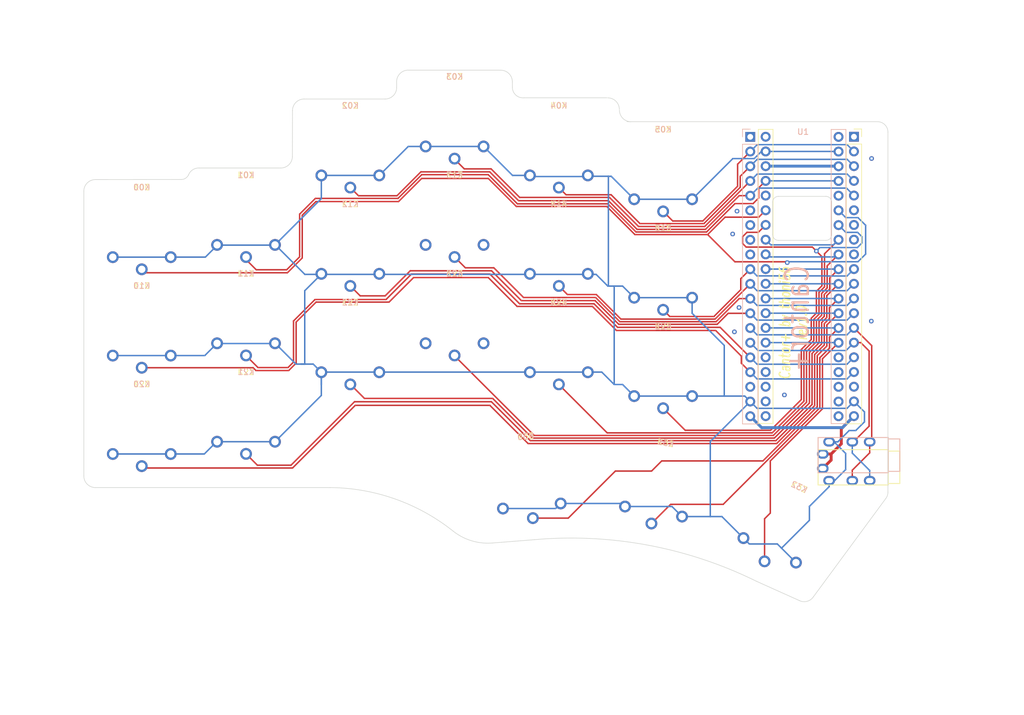
<source format=kicad_pcb>
(kicad_pcb (version 20211014) (generator pcbnew)
  (title_block (rev "rev1.0"))
  (layers (0 "F.Cu" signal) (31 "B.Cu" signal) (34 "B.Paste" user) (35 "F.Paste" user) (36 "B.SilkS" user "B.Silkscreen") (37 "F.SilkS" user "F.Silkscreen") (38 "B.Mask" user) (39 "F.Mask" user) (44 "Edge.Cuts" user))
  (net 0 "")
  (net 1 "+3V3")
  (net 2 "GND")
  (net 3 "/TX")
  (net 4 "/RX")
  (net 5 "/k00")
  (net 6 "/k01")
  (net 7 "/k02")
  (net 8 "/k03")
  (net 9 "/k04")
  (net 10 "/k05")
  (net 11 "/k10")
  (net 12 "/k11")
  (net 13 "/k12")
  (net 14 "/k13")
  (net 15 "/k14")
  (net 16 "/k15")
  (net 17 "/k20")
  (net 18 "/k21")
  (net 19 "/k22")
  (net 20 "/k23")
  (net 21 "/k24")
  (net 22 "/k25")
  (net 23 "/k30")
  (net 24 "/k31")
  (net 25 "/k32")
  (footprint "keyswitches:SW_PG1350_reversible" (layer "F.Cu") (at 164 94)
    (fp_text reference "K25")
    (fp_text value "KEYSW")
  )
  (footprint "keyswitches:SW_PG1350_reversible" (layer "F.Cu") (at 146 89.88)
    (fp_text reference "K24")
    (fp_text value "KEYSW")
  )
  (footprint "keyswitches:SW_PG1350_reversible" (layer "F.Cu") (at 92 101.88)
    (fp_text reference "K21")
    (fp_text value "KEYSW")
  )
  (footprint "keyswitches:SW_PG1350_reversible" (layer "F.Cu") (at 110 55.88)
    (fp_text reference "K02")
    (fp_text value "KEYSW")
  )
  (footprint "keyswitches:SW_PG1350_reversible" (layer "F.Cu") (at 74 87)
    (fp_text reference "K10")
    (fp_text value "KEYSW")
  )
  (footprint "keyswitches:SW_PG1350_reversible" (layer "F.Cu") (at 146 55.88)
    (fp_text reference "K04")
    (fp_text value "KEYSW")
  )
  (footprint "keyswitches:SW_PG1350_reversible" (layer "F.Cu") (at 110 72.88)
    (fp_text reference "K12")
    (fp_text value "KEYSW")
  )
  (footprint "keyswitches:SW_PG1350_reversible" (layer "F.Cu") (at 141 113 5)
    (fp_text reference "K30")
    (fp_text value "KEYSW")
  )
  (footprint "keyswitches:SW_PG1350_reversible" (layer "F.Cu") (at 92 67.88)
    (fp_text reference "K01")
    (fp_text value "KEYSW")
  )
  (footprint "keyswitches:SW_PG1350_reversible" (layer "F.Cu") (at 146 72.88)
    (fp_text reference "K14")
    (fp_text value "KEYSW")
  )
  (footprint "keyswitches:SW_PG1350_reversible" (layer "F.Cu") (at 128 84.88)
    (fp_text reference "K23")
    (fp_text value "KEYSW")
  )
  (footprint "keyswitches:SW_PG1350_reversible" (layer "F.Cu") (at 128 50.88)
    (fp_text reference "K03")
    (fp_text value "KEYSW")
  )
  (footprint "keyswitches:SW_PG1350_reversible" (layer "F.Cu") (at 110 89.88)
    (fp_text reference "K22")
    (fp_text value "KEYSW")
  )
  (footprint "Keebio-Parts:TRRS-PJ-320A" (layer "F.Cu") (at 202.85 110.1 -90)
    (fp_text reference "J1")
    (fp_text value "TRRS")
  )
  (footprint "keyswitches:SW_PG1350_reversible" (layer "F.Cu") (at 164 77)
    (fp_text reference "K15")
    (fp_text value "KEYSW")
  )
  (footprint "keyswitches:SW_PG1350_reversible" (layer "F.Cu") (at 184 121 -25)
    (fp_text reference "K32")
    (fp_text value "KEYSW")
  )
  (footprint "keyswitches:SW_PG1350_reversible" (layer "F.Cu") (at 92 84.88)
    (fp_text reference "K11")
    (fp_text value "KEYSW")
  )
  (footprint "Footprints:YAAJ_WeAct_BlackPill_2" (layer "F.Cu") (at 179.155 53)
    (fp_text reference "U1")
    (fp_text value "YAAJ_WeAct_BlackPill_Part_Like" hide)
  )
  (footprint "keyswitches:SW_PG1350_reversible" (layer "F.Cu") (at 164 60)
    (fp_text reference "K05")
    (fp_text value "KEYSW")
  )
  (footprint "keyswitches:SW_PG1350_reversible" (layer "F.Cu") (at 74 104)
    (fp_text reference "K20")
    (fp_text value "KEYSW")
  )
  (footprint "keyswitches:SW_PG1350_reversible" (layer "F.Cu") (at 128 67.88)
    (fp_text reference "K13")
    (fp_text value "KEYSW")
  )
  (footprint "keyswitches:SW_PG1350_reversible" (layer "F.Cu") (at 74 70)
    (fp_text reference "K00")
    (fp_text value "KEYSW")
  )
  (footprint "keyswitches:SW_PG1350_reversible" (layer "F.Cu") (at 163 114 -10)
    (fp_text reference "K31")
    (fp_text value "KEYSW")
  )
  (gr_arc (start 154.437303 46.283128) (mid 155.851517 46.868914) (end 156.437303 48.283128) (layer "Edge.Cuts") (width 0.1))
  (gr_line (start 182.9 69.9) (end 182.9 64.3) (layer "Edge.Cuts") (width 0.1))
  (gr_arc (start 201 50.4) (mid 202.272792 50.927208) (end 202.8 52.2) (layer "Edge.Cuts") (width 0.1))
  (gr_arc (start 158.457998 50.407165) (mid 157.043784 49.821379) (end 156.457998 48.407165) (layer "Edge.Cuts") (width 0.1))
  (gr_arc (start 100.019315 48.48439) (mid 100.605101 47.070176) (end 102.019315 46.48439) (layer "Edge.Cuts") (width 0.1))
  (gr_arc (start 82.07437 59.589526) (mid 81.557319 60.170713) (end 80.80832 60.387137) (layer "Edge.Cuts") (width 0.1))
  (gr_line (start 66 113.6) (end 106.5 113.6) (layer "Edge.Cuts") (width 0.1))
  (gr_line (start 189.949999 132.449999) (end 202.434044 115.487896) (layer "Edge.Cuts") (width 0.1))
  (gr_arc (start 134.5 123.175) (mid 130.930967 122.788889) (end 127.75 121.125) (layer "Edge.Cuts") (width 0.1))
  (gr_arc (start 82.07437 59.589526) (mid 82.802039 58.701766) (end 83.910142 58.40222) (layer "Edge.Cuts") (width 0.1))
  (gr_arc (start 117.997224 43.493347) (mid 118.58301 42.079133) (end 119.997224 41.493347) (layer "Edge.Cuts") (width 0.1))
  (gr_line (start 192.1 70.9) (end 183.9 70.9) (layer "Edge.Cuts") (width 0.1))
  (gr_line (start 201 50.4) (end 157.750002 50.399998) (layer "Edge.Cuts") (width 0.1))
  (gr_arc (start 182.9 64.3) (mid 183.192893 63.592893) (end 183.9 63.3) (layer "Edge.Cuts") (width 0.1))
  (gr_line (start 117.996865 43.515592) (end 117.996865 44.515592) (layer "Edge.Cuts") (width 0.1))
  (gr_line (start 137.971841 44.472851) (end 137.971841 43.472851) (layer "Edge.Cuts") (width 0.1))
  (gr_arc (start 193.1 69.9) (mid 192.807107 70.607107) (end 192.1 70.9) (layer "Edge.Cuts") (width 0.1))
  (gr_line (start 193.092893 64.3) (end 193.1 69.9) (layer "Edge.Cuts") (width 0.1))
  (gr_arc (start 202.8 114.4) (mid 202.70606 114.973899) (end 202.434044 115.487896) (layer "Edge.Cuts") (width 0.1))
  (gr_line (start 100.019315 48.48439) (end 100 56.40222) (layer "Edge.Cuts") (width 0.1))
  (gr_line (start 80.80832 60.387137) (end 66 60.4) (layer "Edge.Cuts") (width 0.1))
  (gr_arc (start 135.968914 41.50698) (mid 137.383128 42.092766) (end 137.968914 43.50698) (layer "Edge.Cuts") (width 0.1))
  (gr_arc (start 118.000268 44.487793) (mid 117.414482 45.902007) (end 116.000268 46.487793) (layer "Edge.Cuts") (width 0.1))
  (gr_arc (start 66 113.6) (mid 64.585786 113.014214) (end 64 111.6) (layer "Edge.Cuts") (width 0.1))
  (gr_line (start 202.8 114.4) (end 202.8 113.2) (layer "Edge.Cuts") (width 0.1))
  (gr_line (start 141.8 122.600001) (end 134.5 123.175) (layer "Edge.Cuts") (width 0.1))
  (gr_line (start 180.129399 129.8) (end 187.513868 133.121447) (layer "Edge.Cuts") (width 0.1))
  (gr_arc (start 140 46.270706) (mid 138.581635 45.81154) (end 137.974769 44.449811) (layer "Edge.Cuts") (width 0.1))
  (gr_line (start 98 58.40222) (end 83.910142 58.40222) (layer "Edge.Cuts") (width 0.1))
  (gr_line (start 64 62.4) (end 64 111.6) (layer "Edge.Cuts") (width 0.1))
  (gr_arc (start 192.092893 63.3) (mid 192.8 63.592893) (end 193.092893 64.3) (layer "Edge.Cuts") (width 0.1))
  (gr_arc (start 183.9 70.9) (mid 183.192893 70.607107) (end 182.9 69.9) (layer "Edge.Cuts") (width 0.1))
  (gr_line (start 136 41.504053) (end 120 41.504053) (layer "Edge.Cuts") (width 0.1))
  (gr_arc (start 64 62.4) (mid 64.585786 60.985786) (end 66 60.4) (layer "Edge.Cuts") (width 0.1))
  (gr_arc (start 106.5 113.600001) (mid 117.756229 115.57996) (end 127.75 121.125) (layer "Edge.Cuts") (width 0.1))
  (gr_line (start 183.9 63.3) (end 192.092893 63.3) (layer "Edge.Cuts") (width 0.1))
  (gr_line (start 116.019315 46.48439) (end 102.019315 46.48439) (layer "Edge.Cuts") (width 0.1))
  (gr_line (start 202.8 113.2) (end 202.8 52.2) (layer "Edge.Cuts") (width 0.1))
  (gr_arc (start 100 56.40222) (mid 99.414214 57.816434) (end 98 58.40222) (layer "Edge.Cuts") (width 0.1))
  (gr_arc (start 189.949999 132.449999) (mid 188.858511 133.244969) (end 187.513868 133.121447) (layer "Edge.Cuts") (width 0.1))
  (gr_line (start 154.3 46.270706) (end 140 46.270706) (layer "Edge.Cuts") (width 0.1))
  (gr_arc (start 141.8 122.600001) (mid 161.459797 123.564333) (end 180.129399 129.8) (layer "Edge.Cuts") (width 0.1))
  (gr_text "Cantor+" (at 187.15 84.4 90) (layer "B.SilkS") (effects (font (size 4 3) (thickness 0.4)) (justify mirror)))
  (gr_text "Cantor+ by thoni56\nrev1.0" (at 186.473986 85.192068 90) (layer "F.SilkS") (effects (font (size 1.8 1.3) (thickness 0.25) italic)))
  (segment (start 193 107.8) (end 191.55 107.8) (width 0.5) (layer "F.Cu") (net 1))
  (segment (start 193 108.85) (end 191.55 110.3) (width 0.5) (layer "F.Cu") (net 1))
  (segment (start 194.75 103.445) (end 194.75 106.05) (width 0.5) (layer "F.Cu") (net 1))
  (segment (start 193.3 107.5) (end 193 107.8) (width 0.5) (layer "F.Cu") (net 1))
  (segment (start 196.935 101.26) (end 194.75 103.445) (width 0.5) (layer "F.Cu") (net 1))
  (segment (start 194.75 106.05) (end 193.3 107.5) (width 0.5) (layer "F.Cu") (net 1))
  (segment (start 193 107.8) (end 193 108.85) (width 0.5) (layer "F.Cu") (net 1))
  (segment (start 179.035 101.28) (end 181.005 103.25) (width 0.5) (layer "B.Cu") (net 1))
  (segment (start 194.945 103.25) (end 196.935 101.26) (width 0.5) (layer "B.Cu") (net 1))
  (segment (start 181.005 103.25) (end 194.945 103.25) (width 0.5) (layer "B.Cu") (net 1))
  (segment (start 181.695 58.08) (end 194.255 58.08) (width 0.5) (layer "B.Cu") (net 1))
  (segment (start 194.255 58.08) (end 194.275 58.1) (width 0.25) (layer "B.Cu") (net 1))
  (via (at 176.75 65.85) (size 0.8) (drill 0.4) (layers "F.Cu" "B.Cu") (net 2))
  (via (at 176.3 86.7) (size 0.8) (drill 0.4) (layers "F.Cu" "B.Cu") (net 2))
  (via (at 199.98 56.76) (size 0.8) (drill 0.4) (layers "F.Cu" "B.Cu") (net 2))
  (via (at 176 69.8) (size 0.8) (drill 0.4) (layers "F.Cu" "B.Cu") (net 2))
  (via (at 177.1 82.5) (size 0.8) (drill 0.4) (layers "F.Cu" "B.Cu") (net 2))
  (via (at 184.93 97.6) (size 0.8) (drill 0.4) (layers "F.Cu" "B.Cu") (net 2))
  (via (at 199.93 84.85) (size 0.8) (drill 0.4) (layers "F.Cu" "B.Cu") (net 2))
  (segment (start 97.055921 71.68) (end 102.150479 76.774558) (width 0.25) (layer "B.Cu") (net 2))
  (segment (start 146.312165 116.349761) (end 156.89183 116.349761) (width 0.25) (layer "B.Cu") (net 2))
  (segment (start 155.03481 59.83481) (end 159 63.8) (width 0.25) (layer "B.Cu") (net 2))
  (segment (start 194.255 55.54) (end 194.275 55.56) (width 0.25) (layer "B.Cu") (net 2))
  (segment (start 136.350218 117.221319) (end 145.440607 117.221319) (width 0.25) (layer "B.Cu") (net 2))
  (segment (start 79 90.8) (end 69 90.8) (width 0.25) (layer "B.Cu") (net 2))
  (segment (start 192.664511 99.914511) (end 195.740489 99.914511) (width 0.25) (layer "B.Cu") (net 2))
  (segment (start 195.740489 99.914511) (end 196.935 98.72) (width 0.25) (layer "B.Cu") (net 2))
  (segment (start 196.10601 103.75) (end 197.25 103.75) (width 0.25) (layer "B.Cu") (net 2))
  (segment (start 79 107.8) (end 69 107.8) (width 0.25) (layer "B.Cu") (net 2))
  (segment (start 141.176467 59.872792) (end 150.920091 59.872792) (width 0.25) (layer "B.Cu") (net 2))
  (segment (start 79 90.8) (end 84.88 90.8) (width 0.25) (layer "B.Cu") (net 2))
  (segment (start 194.15601 105.7) (end 192.65 105.7) (width 0.25) (layer "B.Cu") (net 2))
  (segment (start 105 93.657334) (end 153.407334 93.657334) (width 0.25) (layer "B.Cu") (net 2))
  (segment (start 154.45 78.8) (end 154.55 78.7) (width 0.25) (layer "B.Cu") (net 2))
  (segment (start 104.961109 76.774558) (end 102.131487 79.60418) (width 0.25) (layer "B.Cu") (net 2))
  (segment (start 193.6 112.4) (end 192.65 112.4) (width 0.25) (layer "B.Cu") (net 2))
  (segment (start 151.010552 59.830063) (end 154.560552 59.830063) (width 0.25) (layer "B.Cu") (net 2))
  (segment (start 157 78.8) (end 159 80.8) (width 0.25) (layer "B.Cu") (net 2))
  (segment (start 87.039739 88.719739) (end 97.060958 88.719739) (width 0.25) (layer "B.Cu") (net 2))
  (segment (start 79 73.8) (end 69 73.8) (width 0.25) (layer "B.Cu") (net 2))
  (segment (start 84.88 90.8) (end 87 88.68) (width 0.25) (layer "B.Cu") (net 2))
  (segment (start 155.55 95.8) (end 157 95.8) (width 0.25) (layer "B.Cu") (net 2))
  (segment (start 79 107.8) (end 84.798376 107.8) (width 0.25) (layer "B.Cu") (net 2))
  (segment (start 159 63.8) (end 169 63.8) (width 0.25) (layer "B.Cu") (net 2))
  (segment (start 195.5 110.5) (end 195.5 107.7) (width 0.25) (layer "B.Cu") (net 2))
  (segment (start 133 54.68) (end 133.002128 54.68) (width 0.25) (layer "B.Cu") (net 2))
  (segment (start 189.25 119.25) (end 184.434264 124.065736) (width 0.25) (layer "B.Cu") (net 2))
  (segment (start 154.55 78.7) (end 154.55 59.83481) (width 0.25) (layer "B.Cu") (net 2))
  (segment (start 105.094558 76.774558) (end 152.424558 76.774558) (width 0.25) (layer "B.Cu") (net 2))
  (segment (start 79.00699 73.79301) (end 84.982842 73.79301) (width 0.25) (layer "B.Cu") (net 2))
  (segment (start 178.095 97.8) (end 179.035 98.74) (width 0.25) (layer "B.Cu") (net 2))
  (segment (start 84.982842 73.79301) (end 87.052833 71.723019) (width 0.25) (layer "B.Cu") (net 2))
  (segment (start 180.209511 99.914511) (end 192.664511 99.914511) (width 0.25) (layer "B.Cu") (net 2))
  (segment (start 195.5 107.7) (end 193.5 105.7) (width 0.25) (layer "B.Cu") (net 2))
  (segment (start 189.25 116.85) (end 192.65 113.45) (width 0.25) (layer "B.Cu") (net 2))
  (segment (start 172.13949 118.61051) (end 172.13949 105.63551) (width 0.25) (layer "B.Cu") (net 2))
  (segment (start 102.165478 92.275) (end 101.475 92.275) (width 0.25) (layer "B.Cu") (net 2))
  (segment (start 169 63.8) (end 176.03 56.77) (width 0.25) (layer "B.Cu") (net 2))
  (segment (start 153.407334 93.657334) (end 155.55 95.8) (width 0.25) (layer "B.Cu") (net 2))
  (segment (start 165.527695 116.874029) (end 167.264176 118.61051) (width 0.25) (layer "B.Cu") (net 2))
  (segment (start 174.142144 118.61051) (end 177.862512 122.330878) (width 0.25) (layer "B.Cu") (net 2))
  (segment (start 155.55 78.8) (end 155.55 95.8) (width 0.25) (layer "B.Cu") (net 2))
  (segment (start 157 95.8) (end 159 97.8) (width 0.25) (layer "B.Cu") (net 2))
  (segment (start 97 71.68) (end 97.055921 71.68) (width 0.25) (layer "B.Cu") (net 2))
  (segment (start 105 63.68) (end 105 59.68) (width 0.25) (layer "B.Cu") (net 2))
  (segment (start 97 105.68) (end 97.002463 105.68) (width 0.25) (layer "B.Cu") (net 2))
  (segment (start 179.729282 56.77) (end 180.959282 55.54) (width 0.25) (layer "B.Cu") (net 2))
  (segment (start 169 83.5) (end 174.55 89.05) (width 0.25) (layer "B.Cu") (net 2))
  (segment (start 87 88.68) (end 87.039739 88.719739) (width 0.25) (layer "B.Cu") (net 2))
  (segment (start 97.002463 105.68) (end 105 97.682463) (width 0.25) (layer "B.Cu") (net 2))
  (segment (start 123 54.68) (end 120 54.68) (width 0.25) (layer "B.Cu") (net 2))
  (segment (start 87.052833 71.723019) (end 96.956981 71.723019) (width 0.25) (layer "B.Cu") (net 2))
  (segment (start 193.5 105.7) (end 192.65 105.7) (width 0.25) (layer "B.Cu") (net 2))
  (segment (start 198.75 100.535) (end 196.935 98.72) (width 0.25) (layer "B.Cu") (net 2))
  (segment (start 101.475 92.275) (end 103.595 92.275) (width 0.25) (layer "B.Cu") (net 2))
  (segment (start 102.131487 92.233027) (end 102.169469 92.271009) (width 0.25) (layer "B.Cu") (net 2))
  (segment (start 181.695 55.54) (end 194.255 55.54) (width 0.25) (layer "B.Cu") (net 2))
  (segment (start 103.595 92.275) (end 105 93.68) (width 0.25) (layer "B.Cu") (net 2))
  (segment (start 192.65 113.45) (end 192.65 112.4) (width 0.25) (layer "B.Cu") (net 2))
  (segment (start 140.544008 59.744604) (end 140.672196 59.872792) (width 0.25) (layer "B.Cu") (net 2))
  (segment (start 105 59.68) (end 115 59.68) (width 0.25) (layer "B.Cu") (net 2))
  (segment (start 167.264176 118.61051) (end 172.13949 118.61051) (width 0.25) (layer "B.Cu") (net 2))
  (segment (start 97 71.68) (end 105 63.68) (width 0.25) (layer "B.Cu") (net 2))
  (segment (start 84.798376 107.8) (end 86.918376 105.68) (width 0.25) (layer "B.Cu") (net 2))
  (segment (start 102.150479 76.774558) (end 104.961109 76.774558) (width 0.25) (layer "B.Cu") (net 2))
  (segment (start 169 80.8) (end 169 83.5) (width 0.25) (layer "B.Cu") (net 2))
  (segment (start 157.416098 116.874029) (end 165.527695 116.874029) (width 0.25) (layer "B.Cu") (net 2))
  (segment (start 154.55 59.83481) (end 155.03481 59.83481) (width 0.25) (layer "B.Cu") (net 2))
  (segment (start 133.002128 54.68) (end 138.002128 59.68) (width 0.25) (layer "B.Cu") (net 2))
  (segment (start 145.440607 117.221319) (end 146.312165 116.349761) (width 0.25) (layer "B.Cu") (net 2))
  (segment (start 152.424558 76.774558) (end 154.45 78.8) (width 0.25) (layer "B.Cu") (net 2))
  (segment (start 184.434264 124.065736) (end 186.92559 126.557061) (width 0.25) (layer "B.Cu") (net 2))
  (segment (start 97.060958 88.719739) (end 100.616219 92.275) (width 0.25) (layer "B.Cu") (net 2))
  (segment (start 102.131487 79.60418) (end 102.131487 92.233027) (width 0.25) (layer "B.Cu") (net 2))
  (segment (start 172.13949 105.63551) (end 179.035 98.74) (width 0.25) (layer "B.Cu") (net 2))
  (segment (start 172.13949 118.61051) (end 174.142144 118.61051) (width 0.25) (layer "B.Cu") (net 2))
  (segment (start 96.956981 71.723019) (end 97 71.68) (width 0.25) (layer "B.Cu") (net 2))
  (segment (start 154.45 78.8) (end 155.55 78.8) (width 0.25) (layer "B.Cu") (net 2))
  (segment (start 120 54.68) (end 115 59.68) (width 0.25) (layer "B.Cu") (net 2))
  (segment (start 195.5 110.5) (end 193.6 112.4) (width 0.25) (layer "B.Cu") (net 2))
  (segment (start 174.55 97.8) (end 178.095 97.8) (width 0.25) (layer "B.Cu") (net 2))
  (segment (start 105 95.8) (end 105 93.657334) (width 0.25) (layer "B.Cu") (net 2))
  (segment (start 193.2 112.3) (end 192.6625 112.3) (width 0.25) (layer "B.Cu") (net 2))
  (segment (start 177.862512 122.330878) (end 178.878511 123.346877) (width 0.25) (layer "B.Cu") (net 2))
  (segment (start 174.55 89.05) (end 174.55 97.8) (width 0.25) (layer "B.Cu") (net 2))
  (segment (start 105 97.682463) (end 105 95.8) (width 0.25) (layer "B.Cu") (net 2))
  (segment (start 169 97.8) (end 174.55 97.8) (width 0.25) (layer "B.Cu") (net 2))
  (segment (start 196.10601 103.75) (end 194.15601 105.7) (width 0.25) (layer "B.Cu") (net 2))
  (segment (start 156.89183 116.349761) (end 157.416098 116.874029) (width 0.25) (layer "B.Cu") (net 2))
  (segment (start 133 54.68) (end 123 54.68) (width 0.25) (layer "B.Cu") (net 2))
  (segment (start 179.035 98.74) (end 180.209511 99.914511) (width 0.25) (layer "B.Cu") (net 2))
  (segment (start 100.616219 92.275) (end 101.475 92.275) (width 0.25) (layer "B.Cu") (net 2))
  (segment (start 178.878511 123.346877) (end 183.715406 123.346877) (width 0.25) (layer "B.Cu") (net 2))
  (segment (start 86.918376 105.68) (end 97 105.68) (width 0.25) (layer "B.Cu") (net 2))
  (segment (start 192.65 99.929022) (end 192.664511 99.914511) (width 0.25) (layer "B.Cu") (net 2))
  (segment (start 138.002128 59.68) (end 141 59.68) (width 0.25) (layer "B.Cu") (net 2))
  (segment (start 105 76.68) (end 105.094558 76.774558) (width 0.25) (layer "B.Cu") (net 2))
  (segment (start 155.55 78.8) (end 157 78.8) (width 0.25) (layer "B.Cu") (net 2))
  (segment (start 159 97.8) (end 169 97.8) (width 0.25) (layer "B.Cu") (net 2))
  (segment (start 150.41582 59.872792) (end 150.544008 59.744604) (width 0.25) (layer "B.Cu") (net 2))
  (segment (start 183.715406 123.346877) (end 184.434264 124.065736) (width 0.25) (layer "B.Cu") (net 2))
  (segment (start 79 73.8) (end 79.00699 73.79301) (width 0.25) (layer "B.Cu") (net 2))
  (segment (start 180.959282 55.54) (end 181.695 55.54) (width 0.25) (layer "B.Cu") (net 2))
  (segment (start 105 93.68) (end 105 95.8) (width 0.25) (layer "B.Cu") (net 2))
  (segment (start 102.169469 92.271009) (end 102.165478 92.275) (width 0.25) (layer "B.Cu") (net 2))
  (segment (start 189.25 116.85) (end 189.25 119.25) (width 0.25) (layer "B.Cu") (net 2))
  (segment (start 159 80.8) (end 169 80.8) (width 0.25) (layer "B.Cu") (net 2))
  (segment (start 197.25 103.75) (end 198.75 102.25) (width 0.25) (layer "B.Cu") (net 2))
  (segment (start 198.75 102.25) (end 198.75 100.535) (width 0.25) (layer "B.Cu") (net 2))
  (segment (start 176.03 56.77) (end 179.729282 56.77) (width 0.25) (layer "B.Cu") (net 2))
  (segment (start 200 105.35) (end 199.65 105.7) (width 0.25) (layer "F.Cu") (net 3))
  (segment (start 196.65 110.6) (end 196.65 112.4) (width 0.25) (layer "F.Cu") (net 3))
  (segment (start 199.65 107.6) (end 199.65 105.7) (width 0.25) (layer "F.Cu") (net 3))
  (segment (start 199.65 107.6) (end 196.65 110.6) (width 0.25) (layer "F.Cu") (net 3))
  (segment (start 196.935 86.02) (end 200 89.085) (width 0.25) (layer "F.Cu") (net 3))
  (segment (start 200 89.085) (end 200 105.35) (width 0.25) (layer "F.Cu") (net 3))
  (segment (start 193.786995 87.213005) (end 193.788501 87.214511) (width 0.25) (layer "B.Cu") (net 3))
  (segment (start 179.035 86.04) (end 180.208005 87.213005) (width 0.25) (layer "B.Cu") (net 3))
  (segment (start 195.740489 87.214511) (end 196.935 86.02) (width 0.25) (layer "B.Cu") (net 3))
  (segment (start 193.788501 87.214511) (end 195.740489 87.214511) (width 0.25) (layer "B.Cu") (net 3))
  (segment (start 180.208005 87.213005) (end 193.786995 87.213005) (width 0.25) (layer "B.Cu") (net 3))
  (segment (start 198.11 88.56) (end 199.55048 90.00048) (width 0.25) (layer "F.Cu") (net 4))
  (segment (start 199.55048 90.00048) (end 199.55048 102.99952) (width 0.25) (layer "F.Cu") (net 4))
  (segment (start 199.55048 102.99952) (end 196.85 105.7) (width 0.25) (layer "F.Cu") (net 4))
  (segment (start 196.935 88.56) (end 198.11 88.56) (width 0.25) (layer "F.Cu") (net 4))
  (segment (start 196.85 105.7) (end 196.65 105.7) (width 0.25) (layer "F.Cu") (net 4))
  (segment (start 199.65 110.65) (end 199.65 112.4) (width 0.25) (layer "B.Cu") (net 4))
  (segment (start 196.65 107.65) (end 199.65 110.65) (width 0.25) (layer "B.Cu") (net 4))
  (segment (start 180.380489 89.925489) (end 195.569511 89.925489) (width 0.25) (layer "B.Cu") (net 4))
  (segment (start 196.65 105.7) (end 196.65 107.65) (width 0.25) (layer "B.Cu") (net 4))
  (segment (start 179.035 88.58) (end 180.380489 89.925489) (width 0.25) (layer "B.Cu") (net 4))
  (segment (start 195.569511 89.925489) (end 196.935 88.56) (width 0.25) (layer "B.Cu") (net 4))
  (segment (start 154.270026 65.041462) (end 138.655744 65.041462) (width 0.25) (layer "F.Cu") (net 5))
  (segment (start 118.328298 64.193137) (end 104.063336 64.193137) (width 0.25) (layer "F.Cu") (net 5))
  (segment (start 176.384072 74.6) (end 171.683112 69.89904) (width 0.25) (layer "F.Cu") (net 5))
  (segment (start 171.683112 69.89904) (end 159.127604 69.89904) (width 0.25) (layer "F.Cu") (net 5))
  (segment (start 101.69952 66.556953) (end 101.69952 73.936198) (width 0.25) (layer "F.Cu") (net 5))
  (segment (start 159.127604 69.89904) (end 154.270026 65.041462) (width 0.25) (layer "F.Cu") (net 5))
  (segment (start 101.69952 73.936198) (end 99.141311 76.494407) (width 0.25) (layer "F.Cu") (net 5))
  (segment (start 181.695 65.7) (end 180.500489 66.894511) (width 0.25) (layer "F.Cu") (net 5))
  (segment (start 174.687642 66.894511) (end 171.683112 69.89904) (width 0.25) (layer "F.Cu") (net 5))
  (segment (start 74.594407 76.494407) (end 74 75.9) (width 0.25) (layer "F.Cu") (net 5))
  (segment (start 185.28 74.6) (end 176.384072 74.6) (width 0.25) (layer "F.Cu") (net 5))
  (segment (start 122.316356 60.205079) (end 118.328298 64.193137) (width 0.25) (layer "F.Cu") (net 5))
  (segment (start 185.42 74.74) (end 185.28 74.6) (width 0.25) (layer "F.Cu") (net 5))
  (segment (start 99.141311 76.494407) (end 74.594407 76.494407) (width 0.25) (layer "F.Cu") (net 5))
  (segment (start 104.063336 64.193137) (end 101.69952 66.556953) (width 0.25) (layer "F.Cu") (net 5))
  (segment (start 180.500489 66.894511) (end 174.687642 66.894511) (width 0.25) (layer "F.Cu") (net 5))
  (segment (start 133.819361 60.205079) (end 122.316356 60.205079) (width 0.25) (layer "F.Cu") (net 5))
  (segment (start 138.655744 65.041462) (end 133.819361 60.205079) (width 0.25) (layer "F.Cu") (net 5))
  (via (at 185.42 74.74) (size 0.8) (drill 0.4) (layers "F.Cu" "B.Cu") (net 5))
  (segment (start 197.63 74.59) (end 185.57 74.59) (width 0.25) (layer "B.Cu") (net 5))
  (segment (start 197.63 66.97) (end 198.95 68.29) (width 0.25) (layer "B.Cu") (net 5))
  (segment (start 194.275 65.72) (end 195.525 66.97) (width 0.25) (layer "B.Cu") (net 5))
  (segment (start 198.95 73.27) (end 197.63 74.59) (width 0.25) (layer "B.Cu") (net 5))
  (segment (start 198.95 68.29) (end 198.95 73.27) (width 0.25) (layer "B.Cu") (net 5))
  (segment (start 195.525 66.97) (end 197.63 66.97) (width 0.25) (layer "B.Cu") (net 5))
  (segment (start 185.57 74.59) (end 185.42 74.74) (width 0.25) (layer "B.Cu") (net 5))
  (segment (start 103.968855 63.6519) (end 101.25 66.370755) (width 0.25) (layer "F.Cu") (net 6))
  (segment (start 176.400947 64.545489) (end 171.496915 69.44952) (width 0.25) (layer "F.Cu") (net 6))
  (segment (start 179.521499 64.545489) (end 176.400947 64.545489) (width 0.25) (layer "F.Cu") (net 6))
  (segment (start 92 74.22) (end 92 73.78) (width 0.25) (layer "F.Cu") (net 6))
  (segment (start 118.233818 63.6519) (end 103.968855 63.6519) (width 0.25) (layer "F.Cu") (net 6))
  (segment (start 99.018343 75.981657) (end 93.761657 75.981657) (width 0.25) (layer "F.Cu") (net 6))
  (segment (start 101.25 73.75) (end 99.018343 75.981657) (width 0.25) (layer "F.Cu") (net 6))
  (segment (start 133.799898 59.549898) (end 122.33582 59.549898) (width 0.25) (layer "F.Cu") (net 6))
  (segment (start 180.5 63.566988) (end 179.521499 64.545489) (width 0.25) (layer "F.Cu") (net 6))
  (segment (start 171.496915 69.44952) (end 159.313803 69.44952) (width 0.25) (layer "F.Cu") (net 6))
  (segment (start 101.25 66.370755) (end 101.25 73.75) (width 0.25) (layer "F.Cu") (net 6))
  (segment (start 93.761657 75.981657) (end 92 74.22) (width 0.25) (layer "F.Cu") (net 6))
  (segment (start 154.456225 64.591942) (end 138.841942 64.591942) (width 0.25) (layer "F.Cu") (net 6))
  (segment (start 180.5 61.815) (end 180.5 63.566988) (width 0.25) (layer "F.Cu") (net 6))
  (segment (start 122.33582 59.549898) (end 118.233818 63.6519) (width 0.25) (layer "F.Cu") (net 6))
  (segment (start 159.313803 69.44952) (end 154.456225 64.591942) (width 0.25) (layer "F.Cu") (net 6))
  (segment (start 138.841942 64.591942) (end 133.799898 59.549898) (width 0.25) (layer "F.Cu") (net 6))
  (segment (start 181.695 60.62) (end 180.5 61.815) (width 0.25) (layer "F.Cu") (net 6))
  (segment (start 194.255 60.62) (end 194.275 60.64) (width 0.25) (layer "B.Cu") (net 6))
  (segment (start 181.695 60.62) (end 194.255 60.62) (width 0.25) (layer "B.Cu") (net 6))
  (segment (start 122.184366 59.065634) (end 118.053878 63.196122) (width 0.25) (layer "F.Cu") (net 7))
  (segment (start 111.416122 63.196122) (end 110 61.78) (width 0.25) (layer "F.Cu") (net 7))
  (segment (start 134.065634 59.065634) (end 122.184366 59.065634) (width 0.25) (layer "F.Cu") (net 7))
  (segment (start 139.050706 64.050706) (end 134.065634 59.065634) (width 0.25) (layer "F.Cu") (net 7))
  (segment (start 171.310718 69) (end 159.5 69) (width 0.25) (layer "F.Cu") (net 7))
  (segment (start 118.053878 63.196122) (end 111.416122 63.196122) (width 0.25) (layer "F.Cu") (net 7))
  (segment (start 159.5 69) (end 154.550706 64.050706) (width 0.25) (layer "F.Cu") (net 7))
  (segment (start 154.550706 64.050706) (end 139.050706 64.050706) (width 0.25) (layer "F.Cu") (net 7))
  (segment (start 179.035 63.18) (end 177.130718 63.18) (width 0.25) (layer "F.Cu") (net 7))
  (segment (start 177.130718 63.18) (end 171.310718 69) (width 0.25) (layer "F.Cu") (net 7))
  (segment (start 180.345 61.87) (end 195.645 61.87) (width 0.25) (layer "B.Cu") (net 7))
  (segment (start 179.035 63.18) (end 180.345 61.87) (width 0.25) (layer "B.Cu") (net 7))
  (segment (start 195.645 61.87) (end 196.935 63.16) (width 0.25) (layer "B.Cu") (net 7))
  (segment (start 171.175 68.5) (end 159.75 68.5) (width 0.25) (layer "F.Cu") (net 8))
  (segment (start 134.302884 58.552884) (end 129.672884 58.552884) (width 0.25) (layer "F.Cu") (net 8))
  (segment (start 159.75 68.5) (end 154.730983 63.480983) (width 0.25) (layer "F.Cu") (net 8))
  (segment (start 128 56.88) (end 128 56.78) (width 0.25) (layer "F.Cu") (net 8))
  (segment (start 129.672884 58.552884) (end 128 56.88) (width 0.25) (layer "F.Cu") (net 8))
  (segment (start 139.230983 63.480983) (end 134.302884 58.552884) (width 0.25) (layer "F.Cu") (net 8))
  (segment (start 179.035 60.64) (end 171.175 68.5) (width 0.25) (layer "F.Cu") (net 8))
  (segment (start 154.730983 63.480983) (end 139.230983 63.480983) (width 0.25) (layer "F.Cu") (net 8))
  (segment (start 179.035 60.64) (end 180.229511 59.445489) (width 0.25) (layer "B.Cu") (net 8))
  (segment (start 180.229511 59.445489) (end 195.760489 59.445489) (width 0.25) (layer "B.Cu") (net 8))
  (segment (start 195.760489 59.445489) (end 196.935 60.62) (width 0.25) (layer "B.Cu") (net 8))
  (segment (start 155.025205 63.025205) (end 147.245205 63.025205) (width 0.25) (layer "F.Cu") (net 9))
  (segment (start 179.035 58.1) (end 177.3 59.835) (width 0.25) (layer "F.Cu") (net 9))
  (segment (start 177.3 61.739282) (end 171.039282 68) (width 0.25) (layer "F.Cu") (net 9))
  (segment (start 177.3 59.835) (end 177.3 61.739282) (width 0.25) (layer "F.Cu") (net 9))
  (segment (start 171.039282 68) (end 160 68) (width 0.25) (layer "F.Cu") (net 9))
  (segment (start 160 68) (end 155.025205 63.025205) (width 0.25) (layer "F.Cu") (net 9))
  (segment (start 147.245205 63.025205) (end 146 61.78) (width 0.25) (layer "F.Cu") (net 9))
  (segment (start 179.035 58.1) (end 180.229511 56.905489) (width 0.25) (layer "B.Cu") (net 9))
  (segment (start 195.760489 56.905489) (end 196.935 58.08) (width 0.25) (layer "B.Cu") (net 9))
  (segment (start 180.229511 56.905489) (end 195.760489 56.905489) (width 0.25) (layer "B.Cu") (net 9))
  (segment (start 176.85048 57.74452) (end 176.85048 61.553084) (width 0.25) (layer "F.Cu") (net 10))
  (segment (start 179.035 55.56) (end 176.85048 57.74452) (width 0.25) (layer "F.Cu") (net 10))
  (segment (start 176.85048 61.553084) (end 170.853084 67.55048) (width 0.25) (layer "F.Cu") (net 10))
  (segment (start 170.853084 67.55048) (end 165.65048 67.55048) (width 0.25) (layer "F.Cu") (net 10))
  (segment (start 165.65048 67.55048) (end 164 65.9) (width 0.25) (layer "F.Cu") (net 10))
  (segment (start 179.035 55.56) (end 180.229511 54.365489) (width 0.25) (layer "B.Cu") (net 10))
  (segment (start 195.760489 54.365489) (end 196.935 55.54) (width 0.25) (layer "B.Cu") (net 10))
  (segment (start 180.229511 54.365489) (end 195.760489 54.365489) (width 0.25) (layer "B.Cu") (net 10))
  (segment (start 155.937242 86.46455) (end 151.778268 82.305576) (width 0.25) (layer "F.Cu") (net 11))
  (segment (start 120.927796 77.320504) (end 116.683363 81.564937) (width 0.25) (layer "F.Cu") (net 11))
  (segment (start 116.683363 81.564937) (end 104.092497 81.564937) (width 0.25) (layer "F.Cu") (net 11))
  (segment (start 177.5 92.125) (end 177.5 90.9) (width 0.25) (layer "F.Cu") (net 11))
  (segment (start 104.092497 81.564937) (end 100.645676 85.011758) (width 0.25) (layer "F.Cu") (net 11))
  (segment (start 100.645676 92.104324) (end 99.363322 93.386678) (width 0.25) (layer "F.Cu") (net 11))
  (segment (start 151.778268 82.305576) (end 138.788595 82.305576) (width 0.25) (layer "F.Cu") (net 11))
  (segment (start 93.227123 92.9) (end 74 92.9) (width 0.25) (layer "F.Cu") (net 11))
  (segment (start 100.645676 85.011758) (end 100.645676 92.104324) (width 0.25) (layer "F.Cu") (net 11))
  (segment (start 138.788595 82.305576) (end 133.803523 77.320504) (width 0.25) (layer "F.Cu") (net 11))
  (segment (start 99.363322 93.386678) (end 93.713801 93.386678) (width 0.25) (layer "F.Cu") (net 11))
  (segment (start 179.035 93.66) (end 177.5 92.125) (width 0.25) (layer "F.Cu") (net 11))
  (segment (start 177.5 90.9) (end 173.06455 86.46455) (width 0.25) (layer "F.Cu") (net 11))
  (segment (start 133.803523 77.320504) (end 120.927796 77.320504) (width 0.25) (layer "F.Cu") (net 11))
  (segment (start 173.06455 86.46455) (end 155.937242 86.46455) (width 0.25) (layer "F.Cu") (net 11))
  (segment (start 93.713801 93.386678) (end 93.227123 92.9) (width 0.25) (layer "F.Cu") (net 11))
  (segment (start 179.035 93.66) (end 180.209511 94.834511) (width 0.25) (layer "B.Cu") (net 11))
  (segment (start 180.209511 94.834511) (end 195.740489 94.834511) (width 0.25) (layer "B.Cu") (net 11))
  (segment (start 195.740489 94.834511) (end 196.935 93.64) (width 0.25) (layer "B.Cu") (net 11))
  (segment (start 116.164355 81.115417) (end 103.906299 81.115417) (width 0.25) (layer "F.Cu") (net 12))
  (segment (start 100.196156 91.918126) (end 99.240354 92.873928) (width 0.25) (layer "F.Cu") (net 12))
  (segment (start 139.222145 81.856056) (end 134.088385 76.722296) (width 0.25) (layer "F.Cu") (net 12))
  (segment (start 179.035 91.12) (end 173.838314 85.923314) (width 0.25) (layer "F.Cu") (net 12))
  (segment (start 134.088385 76.722296) (end 120.557476 76.722296) (width 0.25) (layer "F.Cu") (net 12))
  (segment (start 99.240354 92.873928) (end 94.065382 92.873928) (width 0.25) (layer "F.Cu") (net 12))
  (segment (start 92 90.808546) (end 92 90.78) (width 0.25) (layer "F.Cu") (net 12))
  (segment (start 152.069387 81.856056) (end 139.222145 81.856056) (width 0.25) (layer "F.Cu") (net 12))
  (segment (start 120.557476 76.722296) (end 116.164355 81.115417) (width 0.25) (layer "F.Cu") (net 12))
  (segment (start 103.906299 81.115417) (end 100.196156 84.825561) (width 0.25) (layer "F.Cu") (net 12))
  (segment (start 173.838314 85.923314) (end 156.136645 85.923314) (width 0.25) (layer "F.Cu") (net 12))
  (segment (start 100.196156 84.825561) (end 100.196156 91.918126) (width 0.25) (layer "F.Cu") (net 12))
  (segment (start 156.136645 85.923314) (end 152.069387 81.856056) (width 0.25) (layer "F.Cu") (net 12))
  (segment (start 94.065382 92.873928) (end 92 90.808546) (width 0.25) (layer "F.Cu") (net 12))
  (segment (start 195.740489 92.294511) (end 196.935 91.1) (width 0.25) (layer "B.Cu") (net 12))
  (segment (start 180.209511 92.294511) (end 195.740489 92.294511) (width 0.25) (layer "B.Cu") (net 12))
  (segment (start 179.035 91.12) (end 180.209511 92.294511) (width 0.25) (layer "B.Cu") (net 12))
  (segment (start 134.373247 76.152573) (end 120.347427 76.152573) (width 0.25) (layer "F.Cu") (net 13))
  (segment (start 173.327394 85.39904) (end 156.334964 85.39904) (width 0.25) (layer "F.Cu") (net 13))
  (segment (start 179.035 83.5) (end 175.226436 83.5) (width 0.25) (layer "F.Cu") (net 13))
  (segment (start 111.702464 80.482464) (end 110 78.78) (width 0.25) (layer "F.Cu") (net 13))
  (segment (start 152.244486 81.308562) (end 139.529236 81.308562) (width 0.25) (layer "F.Cu") (net 13))
  (segment (start 139.529236 81.308562) (end 134.373247 76.152573) (width 0.25) (layer "F.Cu") (net 13))
  (segment (start 156.334964 85.39904) (end 152.244486 81.308562) (width 0.25) (layer "F.Cu") (net 13))
  (segment (start 120.347427 76.152573) (end 116.017536 80.482464) (width 0.25) (layer "F.Cu") (net 13))
  (segment (start 175.226436 83.5) (end 173.327394 85.39904) (width 0.25) (layer "F.Cu") (net 13))
  (segment (start 116.017536 80.482464) (end 111.702464 80.482464) (width 0.25) (layer "F.Cu") (net 13))
  (segment (start 195.740489 84.674511) (end 196.935 83.48) (width 0.25) (layer "B.Cu") (net 13))
  (segment (start 179.035 83.5) (end 180.209511 84.674511) (width 0.25) (layer "B.Cu") (net 13))
  (segment (start 180.209511 84.674511) (end 195.740489 84.674511) (width 0.25) (layer "B.Cu") (net 13))
  (segment (start 156.521162 84.94952) (end 152.338967 80.767325) (width 0.25) (layer "F.Cu") (net 14))
  (segment (start 134.772052 75.639823) (end 129.859823 75.639823) (width 0.25) (layer "F.Cu") (net 14))
  (segment (start 173.141197 84.94952) (end 156.521162 84.94952) (width 0.25) (layer "F.Cu") (net 14))
  (segment (start 179.035 80.96) (end 177.130718 80.96) (width 0.25) (layer "F.Cu") (net 14))
  (segment (start 152.338967 80.767325) (end 139.899554 80.767325) (width 0.25) (layer "F.Cu") (net 14))
  (segment (start 129.859823 75.639823) (end 128 73.78) (width 0.25) (layer "F.Cu") (net 14))
  (segment (start 139.899554 80.767325) (end 134.772052 75.639823) (width 0.25) (layer "F.Cu") (net 14))
  (segment (start 177.130718 80.96) (end 173.141197 84.94952) (width 0.25) (layer "F.Cu") (net 14))
  (segment (start 179.035 80.96) (end 180.209511 82.134511) (width 0.25) (layer "B.Cu") (net 14))
  (segment (start 180.209511 82.134511) (end 195.740489 82.134511) (width 0.25) (layer "B.Cu") (net 14))
  (segment (start 195.740489 82.134511) (end 196.935 80.94) (width 0.25) (layer "B.Cu") (net 14))
  (segment (start 179.035 78.42) (end 172.955 84.5) (width 0.25) (layer "F.Cu") (net 15))
  (segment (start 172.955 84.5) (end 156.70736 84.5) (width 0.25) (layer "F.Cu") (net 15))
  (segment (start 147.474575 80.254575) (end 146 78.78) (width 0.25) (layer "F.Cu") (net 15))
  (segment (start 152.461935 80.254575) (end 147.474575 80.254575) (width 0.25) (layer "F.Cu") (net 15))
  (segment (start 156.70736 84.5) (end 152.461935 80.254575) (width 0.25) (layer "F.Cu") (net 15))
  (segment (start 195.740489 79.594511) (end 196.935 78.4) (width 0.25) (layer "B.Cu") (net 15))
  (segment (start 180.209511 79.594511) (end 195.740489 79.594511) (width 0.25) (layer "B.Cu") (net 15))
  (segment (start 179.035 78.42) (end 180.209511 79.594511) (width 0.25) (layer "B.Cu") (net 15))
  (segment (start 165.15048 84.05048) (end 164 82.9) (width 0.25) (layer "F.Cu") (net 16))
  (segment (start 177.4 79.419282) (end 172.768802 84.05048) (width 0.25) (layer "F.Cu") (net 16))
  (segment (start 177.4 77.515) (end 177.4 79.419282) (width 0.25) (layer "F.Cu") (net 16))
  (segment (start 172.768802 84.05048) (end 165.15048 84.05048) (width 0.25) (layer "F.Cu") (net 16))
  (segment (start 179.035 75.88) (end 177.4 77.515) (width 0.25) (layer "F.Cu") (net 16))
  (segment (start 179.035 75.88) (end 180.189511 77.034511) (width 0.25) (layer "B.Cu") (net 16))
  (segment (start 195.740489 77.054511) (end 196.935 75.86) (width 0.25) (layer "B.Cu") (net 16))
  (segment (start 192.275009 77.034511) (end 192.295009 77.054511) (width 0.25) (layer "B.Cu") (net 16))
  (segment (start 180.189511 77.034511) (end 192.275009 77.034511) (width 0.25) (layer "B.Cu") (net 16))
  (segment (start 192.295009 77.054511) (end 195.740489 77.054511) (width 0.25) (layer "B.Cu") (net 16))
  (segment (start 191.810601 88.963802) (end 190.15144 90.622963) (width 0.25) (layer "F.Cu") (net 17))
  (segment (start 190.15144 90.622963) (end 190.15144 99.441406) (width 0.25) (layer "F.Cu") (net 17))
  (segment (start 183.592846 106) (end 140.691136 106) (width 0.25) (layer "F.Cu") (net 17))
  (segment (start 192.7 82.535) (end 192.7 84.4) (width 0.25) (layer "F.Cu") (net 17))
  (segment (start 140.691136 106) (end 134.088386 99.39725) (width 0.25) (layer "F.Cu") (net 17))
  (segment (start 194.275 80.96) (end 192.7 82.535) (width 0.25) (layer "F.Cu") (net 17))
  (segment (start 192.7 84.4) (end 191.810601 85.289399) (width 0.25) (layer "F.Cu") (net 17))
  (segment (start 191.810601 85.289399) (end 191.810601 88.963802) (width 0.25) (layer "F.Cu") (net 17))
  (segment (start 74.321977 110.221977) (end 74 109.9) (width 0.25) (layer "F.Cu") (net 17))
  (segment (start 190.15144 99.441406) (end 183.592846 106) (width 0.25) (layer "F.Cu") (net 17))
  (segment (start 110.85275 99.39725) (end 100.028023 110.221977) (width 0.25) (layer "F.Cu") (net 17))
  (segment (start 134.088386 99.39725) (end 110.85275 99.39725) (width 0.25) (layer "F.Cu") (net 17))
  (segment (start 100.028023 110.221977) (end 74.321977 110.221977) (width 0.25) (layer "F.Cu") (net 17))
  (segment (start 181.695 80.94) (end 194.255 80.94) (width 0.25) (layer "B.Cu") (net 17))
  (segment (start 194.255 80.94) (end 194.275 80.96) (width 0.25) (layer "B.Cu") (net 17))
  (segment (start 134.34476 98.770555) (end 110.729445 98.770555) (width 0.25) (layer "F.Cu") (net 18))
  (segment (start 141.074205 105.5) (end 134.34476 98.770555) (width 0.25) (layer "F.Cu") (net 18))
  (segment (start 99.762287 109.737713) (end 93.957713 109.737713) (width 0.25) (layer "F.Cu") (net 18))
  (segment (start 189.70192 99.255208) (end 183.457128 105.5) (width 0.25) (layer "F.Cu") (net 18))
  (segment (start 189.70192 90.436765) (end 189.70192 99.255208) (width 0.25) (layer "F.Cu") (net 18))
  (segment (start 93.957713 109.737713) (end 92 107.78) (width 0.25) (layer "F.Cu") (net 18))
  (segment (start 110.729445 98.770555) (end 99.762287 109.737713) (width 0.25) (layer "F.Cu") (net 18))
  (segment (start 192.25048 80.44452) (end 192.25048 84.213802) (width 0.25) (layer "F.Cu") (net 18))
  (segment (start 191.361081 88.777604) (end 189.70192 90.436765) (width 0.25) (layer "F.Cu") (net 18))
  (segment (start 194.275 78.42) (end 192.25048 80.44452) (width 0.25) (layer "F.Cu") (net 18))
  (segment (start 192.25048 84.213802) (end 191.361081 85.103202) (width 0.25) (layer "F.Cu") (net 18))
  (segment (start 183.457128 105.5) (end 141.074205 105.5) (width 0.25) (layer "F.Cu") (net 18))
  (segment (start 191.361081 85.103202) (end 191.361081 88.777604) (width 0.25) (layer "F.Cu") (net 18))
  (segment (start 194.255 78.4) (end 194.275 78.42) (width 0.25) (layer "B.Cu") (net 18))
  (segment (start 181.695 78.4) (end 194.255 78.4) (width 0.25) (layer "B.Cu") (net 18))
  (segment (start 194.275 75.88) (end 192.754641 77.400359) (width 0.25) (layer "F.Cu") (net 19))
  (segment (start 189.25 90.252967) (end 189.25 99) (width 0.25) (layer "F.Cu") (net 19))
  (segment (start 192.754641 77.400359) (end 192.754641 79.304641) (width 0.25) (layer "F.Cu") (net 19))
  (segment (start 183.19952 105.05048) (end 141.422296 105.05048) (width 0.25) (layer "F.Cu") (net 19))
  (segment (start 112.438932 98.200833) (end 110.018099 95.78) (width 0.25) (layer "F.Cu") (net 19))
  (segment (start 190.911561 88.591406) (end 189.25 90.252967) (width 0.25) (layer "F.Cu") (net 19))
  (segment (start 141.422296 105.05048) (end 134.572649 98.200833) (width 0.25) (layer "F.Cu") (net 19))
  (segment (start 110.018099 95.78) (end 110 95.78) (width 0.25) (layer "F.Cu") (net 19))
  (segment (start 191.80096 84.027605) (end 190.911562 84.917003) (width 0.25) (layer "F.Cu") (net 19))
  (segment (start 191.80096 80.258323) (end 191.80096 84.027605) (width 0.25) (layer "F.Cu") (net 19))
  (segment (start 134.572649 98.200833) (end 112.438932 98.200833) (width 0.25) (layer "F.Cu") (net 19))
  (segment (start 189.25 99) (end 183.19952 105.05048) (width 0.25) (layer "F.Cu") (net 19))
  (segment (start 190.911562 84.917003) (end 190.911561 88.591406) (width 0.25) (layer "F.Cu") (net 19))
  (segment (start 192.754641 79.304641) (end 191.80096 80.258323) (width 0.25) (layer "F.Cu") (net 19))
  (segment (start 194.255 75.86) (end 194.275 75.88) (width 0.25) (layer "B.Cu") (net 19))
  (segment (start 181.695 75.86) (end 194.255 75.86) (width 0.25) (layer "B.Cu") (net 19))
  (segment (start 183.013322 104.60096) (end 141.741902 104.60096) (width 0.25) (layer "F.Cu") (net 20))
  (segment (start 188.75 90.117249) (end 188.75 98.864282) (width 0.25) (layer "F.Cu") (net 20))
  (segment (start 191.35144 80.072126) (end 191.35144 83.841407) (width 0.25) (layer "F.Cu") (net 20))
  (segment (start 188.75 98.864282) (end 183.013322 104.60096) (width 0.25) (layer "F.Cu") (net 20))
  (segment (start 190.462042 88.405207) (end 188.75 90.117249) (width 0.25) (layer "F.Cu") (net 20))
  (segment (start 192.305121 79.118444) (end 191.35144 80.072126) (width 0.25) (layer "F.Cu") (net 20))
  (segment (start 192.305121 75.309879) (end 192.305121 79.118444) (width 0.25) (layer "F.Cu") (net 20))
  (segment (start 190.462042 84.730806) (end 190.462042 88.405207) (width 0.25) (layer "F.Cu") (net 20))
  (segment (start 194.275 73.34) (end 192.305121 75.309879) (width 0.25) (layer "F.Cu") (net 20))
  (segment (start 141.741902 104.60096) (end 128 90.859058) (width 0.25) (layer "F.Cu") (net 20))
  (segment (start 191.35144 83.841407) (end 190.462042 84.730806) (width 0.25) (layer "F.Cu") (net 20))
  (segment (start 128 90.859058) (end 128 90.78) (width 0.25) (layer "F.Cu") (net 20))
  (segment (start 181.695 73.32) (end 182.135 73.76) (width 0.25) (layer "B.Cu") (net 20))
  (segment (start 182.135 73.76) (end 193.855 73.76) (width 0.25) (layer "B.Cu") (net 20))
  (segment (start 193.855 73.76) (end 194.275 73.34) (width 0.25) (layer "B.Cu") (net 20))
  (segment (start 190.012522 88.219009) (end 188.30048 89.931052) (width 0.25) (layer "F.Cu") (net 21))
  (segment (start 190.90192 83.65521) (end 190.012523 84.544607) (width 0.25) (layer "F.Cu") (net 21))
  (segment (start 191.855601 73.219399) (end 191.855601 78.932247) (width 0.25) (layer "F.Cu") (net 21))
  (segment (start 194.275 70.8) (end 191.855601 73.219399) (width 0.25) (layer "F.Cu") (net 21))
  (segment (start 191.855601 78.932247) (end 190.901921 79.885927) (width 0.25) (layer "F.Cu") (net 21))
  (segment (start 146 95.812414) (end 146 95.78) (width 0.25) (layer "F.Cu") (net 21))
  (segment (start 188.30048 98.678084) (end 182.827124 104.15144) (width 0.25) (layer "F.Cu") (net 21))
  (segment (start 190.901921 79.885927) (end 190.90192 83.65521) (width 0.25) (layer "F.Cu") (net 21))
  (segment (start 188.30048 89.931052) (end 188.30048 98.678084) (width 0.25) (layer "F.Cu") (net 21))
  (segment (start 190.012523 84.544607) (end 190.012522 88.219009) (width 0.25) (layer "F.Cu") (net 21))
  (segment (start 154.339026 104.15144) (end 146 95.812414) (width 0.25) (layer "F.Cu") (net 21))
  (segment (start 182.827124 104.15144) (end 154.339026 104.15144) (width 0.25) (layer "F.Cu") (net 21))
  (segment (start 193.395 71.68) (end 194.275 70.8) (width 0.25) (layer "B.Cu") (net 21))
  (segment (start 182.595 71.68) (end 193.395 71.68) (width 0.25) (layer "B.Cu") (net 21))
  (segment (start 194.255 70.78) (end 194.275 70.8) (width 0.25) (layer "B.Cu") (net 21))
  (segment (start 181.695 70.78) (end 182.595 71.68) (width 0.25) (layer "B.Cu") (net 21))
  (segment (start 191.406081 78.746049) (end 190.452401 79.69973) (width 0.25) (layer "F.Cu") (net 22))
  (segment (start 189.563002 88.032811) (end 187.85096 89.744855) (width 0.25) (layer "F.Cu") (net 22))
  (segment (start 178.473012 69.51) (end 180.425 69.51) (width 0.25) (layer "F.Cu") (net 22))
  (segment (start 187.85096 98.39904) (end 182.54808 103.70192) (width 0.25) (layer "F.Cu") (net 22))
  (segment (start 177.72 70.263012) (end 178.473012 69.51) (width 0.25) (layer "F.Cu") (net 22))
  (segment (start 190.452401 79.69973) (end 190.452401 83.469011) (width 0.25) (layer "F.Cu") (net 22))
  (segment (start 187.85096 89.744855) (end 187.85096 98.39904) (width 0.25) (layer "F.Cu") (net 22))
  (segment (start 191.406081 73.706081) (end 191.406081 78.746049) (width 0.25) (layer "F.Cu") (net 22))
  (segment (start 189.76 72.06) (end 178.33 72.06) (width 0.25) (layer "F.Cu") (net 22))
  (segment (start 180.425 69.51) (end 181.695 68.24) (width 0.25) (layer "F.Cu") (net 22))
  (segment (start 167.80192 103.70192) (end 164 99.9) (width 0.25) (layer "F.Cu") (net 22))
  (segment (start 190.45 72.75) (end 191.406081 73.706081) (width 0.25) (layer "F.Cu") (net 22))
  (segment (start 182.54808 103.70192) (end 167.80192 103.70192) (width 0.25) (layer "F.Cu") (net 22))
  (segment (start 177.72 71.45) (end 177.72 70.263012) (width 0.25) (layer "F.Cu") (net 22))
  (segment (start 190.45 72.75) (end 189.76 72.06) (width 0.25) (layer "F.Cu") (net 22))
  (segment (start 190.452401 83.469011) (end 189.563003 84.35841) (width 0.25) (layer "F.Cu") (net 22))
  (segment (start 178.33 72.06) (end 177.72 71.45) (width 0.25) (layer "F.Cu") (net 22))
  (segment (start 189.563003 84.35841) (end 189.563002 88.032811) (width 0.25) (layer "F.Cu") (net 22))
  (via (at 190.45 72.75) (size 0.8) (drill 0.4) (layers "F.Cu" "B.Cu") (net 22))
  (segment (start 198.31 70.26) (end 197.57 69.52) (width 0.25) (layer "B.Cu") (net 22))
  (segment (start 198.31 71.36) (end 198.31 70.26) (width 0.25) (layer "B.Cu") (net 22))
  (segment (start 197.53 72.14) (end 198.31 71.36) (width 0.25) (layer "B.Cu") (net 22))
  (segment (start 197.57 69.52) (end 195.535 69.52) (width 0.25) (layer "B.Cu") (net 22))
  (segment (start 194.255 68.24) (end 194.275 68.26) (width 0.25) (layer "B.Cu") (net 22))
  (segment (start 190.45 72.75) (end 191.06 72.14) (width 0.25) (layer "B.Cu") (net 22))
  (segment (start 195.535 69.52) (end 194.275 68.26) (width 0.25) (layer "B.Cu") (net 22))
  (segment (start 191.06 72.14) (end 197.53 72.14) (width 0.25) (layer "B.Cu") (net 22))
  (segment (start 155.75 110.75) (end 147.622451 118.877549) (width 0.25) (layer "F.Cu") (net 23))
  (segment (start 162 110.75) (end 155.75 110.75) (width 0.25) (layer "F.Cu") (net 23))
  (segment (start 192.260121 89.15) (end 190.60096 90.809161) (width 0.25) (layer "F.Cu") (net 23))
  (segment (start 147.622451 118.877549) (end 141.514219 118.877549) (width 0.25) (layer "F.Cu") (net 23))
  (segment (start 190.60096 99.627604) (end 181.228564 109) (width 0.25) (layer "F.Cu") (net 23))
  (segment (start 163.75 109) (end 162 110.75) (width 0.25) (layer "F.Cu") (net 23))
  (segment (start 194.275 83.5) (end 192.260121 85.514879) (width 0.25) (layer "F.Cu") (net 23))
  (segment (start 190.60096 90.809161) (end 190.60096 99.627604) (width 0.25) (layer "F.Cu") (net 23))
  (segment (start 192.260121 85.514879) (end 192.260121 89.15) (width 0.25) (layer "F.Cu") (net 23))
  (segment (start 181.228564 109) (end 163.75 109) (width 0.25) (layer "F.Cu") (net 23))
  (segment (start 194.255 83.48) (end 194.275 83.5) (width 0.25) (layer "B.Cu") (net 23))
  (segment (start 181.695 83.48) (end 194.255 83.48) (width 0.25) (layer "B.Cu") (net 23))
  (segment (start 191.05048 91.168803) (end 191.05048 99.813802) (width 0.25) (layer "F.Cu") (net 24))
  (segment (start 174.364282 116.5) (end 165.285842 116.5) (width 0.25) (layer "F.Cu") (net 24))
  (segment (start 192.709641 89.509641) (end 191.05048 91.168803) (width 0.25) (layer "F.Cu") (net 24))
  (segment (start 194.275 86.04) (end 192.709641 87.605359) (width 0.25) (layer "F.Cu") (net 24))
  (segment (start 192.709641 87.605359) (end 192.709641 89.509641) (width 0.25) (layer "F.Cu") (net 24))
  (segment (start 165.285842 116.5) (end 161.975476 119.810366) (width 0.25) (layer "F.Cu") (net 24))
  (segment (start 191.05048 99.813802) (end 174.364282 116.5) (width 0.25) (layer "F.Cu") (net 24))
  (segment (start 181.695 86.02) (end 194.255 86.02) (width 0.25) (layer "B.Cu") (net 24))
  (segment (start 194.255 86.02) (end 194.275 86.04) (width 0.25) (layer "B.Cu") (net 24))
  (segment (start 182.5 109) (end 182.5 118) (width 0.25) (layer "F.Cu") (net 25))
  (segment (start 194.275 88.58) (end 191.5 91.355) (width 0.25) (layer "F.Cu") (net 25))
  (segment (start 191.5 100) (end 182.5 109) (width 0.25) (layer "F.Cu") (net 25))
  (segment (start 182.5 118) (end 181.506552 118.993448) (width 0.25) (layer "F.Cu") (net 25))
  (segment (start 181.506552 118.993448) (end 181.506552 126.347216) (width 0.25) (layer "F.Cu") (net 25))
  (segment (start 191.5 91.355) (end 191.5 100) (width 0.25) (layer "F.Cu") (net 25))
  (segment (start 181.695 88.56) (end 194.255 88.56) (width 0.25) (layer "B.Cu") (net 25))
  (segment (start 194.255 88.56) (end 194.275 88.58) (width 0.25) (layer "B.Cu") (net 25))
)
</source>
